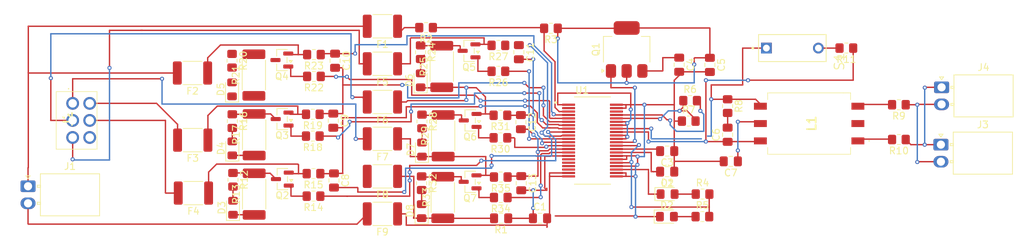
<source format=kicad_pcb>
(kicad_pcb (version 20241229) (generator "pcbnew") (generator_version "9.0")
  (layers (0 "F.Cu" signal) (2 "B.Cu" signal) (13 "F.Paste" user) (15 "B.Paste" user) (5 "F.SilkS" user "F.Silkscreen") (7 "B.SilkS" user "B.Silkscreen") (1 "F.Mask" user) (3 "B.Mask" user) (25 "Edge.Cuts" user))
  (net 0 "")
  (net 1 "V-")
  (net 2 "VREG")
  (net 3 "Net-(U1-VREF2)")
  (net 4 "Net-(U1-VREF1)")
  (net 5 "/C2")
  (net 6 "/C3")
  (net 7 "/C1")
  (net 8 "IsoSPI_N")
  (net 9 "Net-(D1-A)")
  (net 10 "Net-(D6-A)")
  (net 11 "/BB1/B#+1")
  (net 12 "/BB0/B#+1")
  (net 13 "Net-(D7-A)")
  (net 14 "/BB0/B#")
  (net 15 "Net-(D8-A)")
  (net 16 "Net-(J1-Pin_2)")
  (net 17 "Net-(F3-Pad2)")
  (net 18 "/BB2/B#+1")
  (net 19 "Net-(F4-Pad2)")
  (net 20 "Net-(J1-Pin_1)")
  (net 21 "/extIsoSPI_P")
  (net 22 "/extIsoSPI_N")
  (net 23 "Net-(L1-Pad1)")
  (net 24 "Net-(L1-Pad3)")
  (net 26 "IsoSPI_P")
  (net 27 "/DRV")
  (net 28 "Net-(Q6-G)")
  (net 29 "Net-(Q6-D)")
  (net 30 "Net-(Q7-G)")
  (net 31 "Net-(Q7-D)")
  (net 32 "/V+")
  (net 33 "ICMP")
  (net 34 "IBIAS")
  (net 35 "/S3")
  (net 36 "/S2")
  (net 37 "6810_GPIO3")
  (net 39 "6810_GPIO2")
  (net 41 "6810_GPIO1")
  (net 43 "/C0")
  (net 44 "Net-(C5-Pad1)")
  (net 45 "Net-(C6-Pad2)")
  (net 46 "Net-(C7-Pad1)")
  (net 47 "Net-(D1-K)")
  (net 48 "Net-(D2-A)")
  (net 49 "Net-(D3-A)")
  (net 50 "/BB3/B#+1")
  (net 51 "Net-(D4-A)")
  (net 52 "Net-(D5-A)")
  (net 53 "/BB4/B#+1")
  (net 54 "Net-(F1-Pad1)")
  (net 55 "/BB5/B#+1")
  (net 56 "Net-(F5-Pad2)")
  (net 57 "Net-(F6-Pad2)")
  (net 58 "Net-(F7-Pad2)")
  (net 60 "Net-(Q2-D)")
  (net 61 "Net-(Q2-G)")
  (net 62 "Net-(Q3-G)")
  (net 63 "Net-(Q3-D)")
  (net 64 "Net-(Q4-D)")
  (net 65 "Net-(Q4-G)")
  (net 66 "Net-(Q5-G)")
  (net 67 "Net-(Q5-D)")
  (net 68 "Net-(R11-Pad2)")
  (net 69 "/S1")
  (net 70 "/C4")
  (net 71 "/C5")
  (net 72 "/C6")
  (net 73 "/S4")
  (net 74 "/S5")
  (net 75 "/S6")
  (footprint "Capacitor_SMD:C_0805_2012Metric_Pad1.18x1.45mm_HandSolder" (layer "F.Cu") (at 67.2 79.8 -90)
    (property "Reference" "C8")
    (property "Value" "10nF")
  )
  (footprint "Resistor_SMD:R_0805_2012Metric_Pad1.20x1.40mm_HandSolder" (layer "F.Cu") (at 80.1 71.15 -90)
    (property "Reference" "R28")
    (property "Value" "120")
  )
  (footprint "FS_3_Global_Footprint_Library:NanoFit-1053101106" (layer "F.Cu") (at 28.9 68.5 90)
    (property "Reference" "J2")
    (property "Value" "105310-1106" (hide yes))
  )
  (footprint "Capacitor_SMD:C_0805_2012Metric_Pad1.18x1.45mm_HandSolder" (layer "F.Cu") (at 94.6 71.25 -90)
    (property "Reference" "C12")
    (property "Value" "10nF")
  )
  (footprint "Capacitor_SMD:C_0805_2012Metric_Pad1.18x1.45mm_HandSolder" (layer "F.Cu") (at 124.9 73.1 90)
    (property "Reference" "C6")
    (property "Value" "15pF")
  )
  (footprint "Fuse:Fuse_1812_4532Metric_Pad1.30x3.40mm_HandSolder" (layer "F.Cu") (at 74.3 84.7 180)
    (property "Reference" "F9")
    (property "Value" "1812L110/33MR")
  )
  (footprint "Resistor_SMD:R_0805_2012Metric_Pad1.20x1.40mm_HandSolder" (layer "F.Cu") (at 64.1 70.1 180)
    (property "Reference" "R19")
    (property "Value" "100")
  )
  (footprint "Capacitor_SMD:C_0805_2012Metric_Pad1.18x1.45mm_HandSolder" (layer "F.Cu") (at 117.8 62.8375 -90)
    (property "Reference" "C4")
    (property "Value" "1uF")
  )
  (footprint "Resistor_SMD:R_2512_6332Metric_Pad1.40x3.35mm_HandSolder" (layer "F.Cu") (at 55.4625 64.35 90)
    (property "Reference" "R21")
    (property "Value" "33")
  )
  (footprint "Capacitor_SMD:C_0805_2012Metric_Pad1.18x1.45mm_HandSolder" (layer "F.Cu") (at 116.0375 78.51 180)
    (property "Reference" "C2")
    (property "Value" "1uF")
  )
  (footprint "Resistor_SMD:R_2512_6332Metric_Pad1.40x3.35mm_HandSolder" (layer "F.Cu") (at 83 63.1 90)
    (property "Reference" "R25")
    (property "Value" "33")
  )
  (footprint "Resistor_SMD:R_0805_2012Metric_Pad1.20x1.40mm_HandSolder" (layer "F.Cu") (at 91.3 63.8 180)
    (property "Reference" "R26")
    (property "Value" "3.3k")
  )
  (footprint "LED_SMD:LED_0805_2012Metric_Pad1.15x1.40mm_HandSolder" (layer "F.Cu") (at 116.1 81.8)
    (property "Reference" "D1")
    (property "Value" "LH R974-LP-1")
  )
  (footprint "FS_3_Global_Footprint_Library:SW_DS01-254-L-01BE" (layer "F.Cu") (at 134.39 60.4 -90)
    (property "Reference" "S1")
    (property "Value" "DS01-254-L-01BE")
  )
  (footprint "Package_TO_SOT_SMD:SOT-23" (layer "F.Cu") (at 59.6375 79.6 180)
    (property "Reference" "Q2")
    (property "Value" "BSS308PE")
  )
  (footprint "Resistor_SMD:R_0805_2012Metric_Pad1.20x1.40mm_HandSolder" (layer "F.Cu") (at 52.2625 62.25 -90)
    (property "Reference" "R20")
    (property "Value" "120")
  )
  (footprint "Resistor_SMD:R_2512_6332Metric_Pad1.40x3.35mm_HandSolder" (layer "F.Cu") (at 83.2 73.25 90)
    (property "Reference" "R29")
    (property "Value" "33")
  )
  (footprint "Package_TO_SOT_SMD:SOT-23" (layer "F.Cu") (at 87.1625 71 180)
    (property "Reference" "Q6")
    (property "Value" "BSS308PE")
  )
  (footprint "Fuse:Fuse_1812_4532Metric_Pad1.30x3.40mm_HandSolder" (layer "F.Cu") (at 74.3 79.2 180)
    (property "Reference" "F8")
    (property "Value" "1812L110/33MR")
  )
  (footprint "Resistor_SMD:R_0805_2012Metric_Pad1.20x1.40mm_HandSolder" (layer "F.Cu") (at 91.6 73.55 180)
    (property "Reference" "R30")
    (property "Value" "3.3k")
  )
  (footprint "Resistor_SMD:R_0805_2012Metric_Pad1.20x1.40mm_HandSolder" (layer "F.Cu") (at 150 68.7 180)
    (property "Reference" "R9")
    (property "Value" "22")
  )
  (footprint "Resistor_SMD:R_0805_2012Metric_Pad1.20x1.40mm_HandSolder" (layer "F.Cu") (at 64.2 78.8 180)
    (property "Reference" "R15")
    (property "Value" "100")
  )
  (footprint "FS_3_Global_Footprint_Library:HM2113ZNLT" (layer "F.Cu") (at 136.845 71.46 90)
    (property "Reference" "L1")
    (property "Value" "HM2113ZNL" (hide yes))
  )
  (footprint "Resistor_SMD:R_0805_2012Metric_Pad1.20x1.40mm_HandSolder" (layer "F.Cu") (at 121.225 81.8)
    (property "Reference" "R4")
    (property "Value" "160")
  )
  (footprint "Resistor_SMD:R_0805_2012Metric_Pad1.20x1.40mm_HandSolder" (layer "F.Cu") (at 64.1 73.3 180)
    (property "Reference" "R18")
    (property "Value" "3.3k")
  )
  (footprint "Resistor_SMD:R_2512_6332Metric_Pad1.40x3.35mm_HandSolder" (layer "F.Cu") (at 55.5 73.1 90)
    (property "Reference" "R17")
    (property "Value" "33")
  )
  (footprint "LED_SMD:LED_0805_2012Metric_Pad1.15x1.40mm_HandSolder" (layer "F.Cu") (at 80.1 75.275 90)
    (property "Reference" "D7")
    (property "Value" "LH R974-LP-1")
  )
  (footprint "LED_SMD:LED_0805_2012Metric_Pad1.15x1.40mm_HandSolder" (layer "F.Cu") (at 52.4 83.8 90)
    (property "Reference" "D3")
    (property "Value" "LH R974-LP-1")
  )
  (footprint "Connector_Molex:Molex_Nano-Fit_105313-xx02_1x02_P2.50mm_Horizontal" (layer "F.Cu") (at 156.16 74.55)
    (property "Reference" "J3")
    (property "Value" "1053131202")
  )
  (footprint "Resistor_SMD:R_0805_2012Metric_Pad1.20x1.40mm_HandSolder" (layer "F.Cu") (at 121.2 85.1)
    (property "Reference" "R5")
    (property "Value" "160")
  )
  (footprint "Capacitor_SMD:C_0805_2012Metric_Pad1.18x1.45mm_HandSolder" (layer "F.Cu") (at 97.4 85.35)
    (property "Reference" "C1")
    (property "Value" "10nF")
  )
  (footprint "Capacitor_SMD:C_0805_2012Metric_Pad1.18x1.45mm_HandSolder" (layer "F.Cu") (at 125.3625 77 180)
    (property "Reference" "C7")
    (property "Value" "10nF")
  )
  (footprint "Resistor_SMD:R_2512_6332Metric_Pad1.40x3.35mm_HandSolder" (layer "F.Cu") (at 55.5 81.8 90)
    (property "Reference" "R13")
    (property "Value" "33")
  )
  (footprint "Resistor_SMD:R_2512_6332Metric_Pad1.40x3.35mm_HandSolder" (layer "F.Cu") (at 83.15 82.3 90)
    (property "Reference" "R33")
    (property "Value" "33")
  )
  (footprint "Package_TO_SOT_SMD:SOT-223" (layer "F.Cu") (at 110.1 60.6 90)
    (property "Reference" "Q1")
    (property "Value" "NSV1C201MZ4")
  )
  (footprint "Fuse:Fuse_1812_4532Metric_Pad1.30x3.40mm_HandSolder" (layer "F.Cu") (at 46.6 81.65 180)
    (property "Reference" "F4")
    (property "Value" "1812L110/33MR")
  )
  (footprint "Fuse:Fuse_1812_4532Metric_Pad1.30x3.40mm_HandSolder" (layer "F.Cu") (at 74.3 68.3 180)
    (property "Reference" "F6")
    (property "Value" "1812L110/33MR")
  )
  (footprint "Resistor_SMD:R_0805_2012Metric_Pad1.20x1.40mm_HandSolder" (layer "F.Cu") (at 52.3 71.1 -90)
    (property "Reference" "R16")
    (property "Value" "120")
  )
  (footprint "Resistor_SMD:R_0805_2012Metric_Pad1.20x1.40mm_HandSolder" (layer "F.Cu") (at 80.7 57.4 180)
    (property "Reference" "R2")
    (property "Value" "100")
  )
  (footprint "Fuse:Fuse_1812_4532Metric_Pad1.30x3.40mm_HandSolder" (layer "F.Cu") (at 74.3 62.7 180)
    (property "Reference" "F5")
    (property "Value" "1812L110/33MR")
  )
  (footprint "Resistor_SMD:R_0805_2012Metric_Pad1.20x1.40mm_HandSolder" (layer "F.Cu") (at 119.2 71.1)
    (property "Reference" "R7")
    (property "Value" "680")
  )
  (footprint "Resistor_SMD:R_0805_2012Metric_Pad1.20x1.40mm_HandSolder" (layer "F.Cu") (at 119.4 68.1)
    (property "Reference" "R6")
    (property "Value" "1.5k")
  )
  (footprint "Resistor_SMD:R_0805_2012Metric_Pad1.20x1.40mm_HandSolder" (layer "F.Cu") (at 91.65 82.3 180)
    (property "Reference" "R34")
    (property "Value" "3.3k")
  )
  (footprint "Connector_Molex:Molex_Nano-Fit_105313-xx02_1x02_P2.50mm_Horizontal" (layer "F.Cu") (at 156.26 66.15)
    (property "Reference" "J4")
    (property "Value" "1053131202")
  )
  (footprint "Fuse:Fuse_1812_4532Metric_Pad1.30x3.40mm_HandSolder" (layer "F.Cu") (at 46.5 73.8875 180)
    (property "Reference" "F3")
    (property "Value" "1812L110/33MR")
  )
  (footprint "FS_3_Global_Footprint_Library:LTC6810IG-2_3ZZTRPBF" (layer "F.Cu") (at 105.095 73.95)
    (property "Reference" "U1")
    (property "Value" "LTC6810IG-2-TRPBF")
  )
  (footprint "Capacitor_SMD:C_0805_2012Metric_Pad1.18x1.45mm_HandSolder" (layer "F.Cu") (at 67.1 71.0375 -90)
    (property "Reference" "C9")
    (property "Value" "10nF")
  )
  (footprint "Fuse:Fuse_1812_4532Metric_Pad1.30x3.40mm_HandSolder" (layer "F.Cu") (at 74.3 73.7 180)
    (property "Reference" "F7")
    (property "Value" "1812L110/33MR")
  )
  (footprint "Capacitor_SMD:C_0805_2012Metric_Pad1.18x1.45mm_HandSolder" (layer "F.Cu") (at 94.3 61 -90)
    (property "Reference" "C11")
    (property "Value" "10nF")
  )
  (footprint "Package_TO_SOT_SMD:SOT-23" (layer "F.Cu") (at 87 60.8 180)
    (property "Reference" "Q5")
    (property "Value" "BSS308PE")
  )
  (footprint "Resistor_SMD:R_0805_2012Metric_Pad1.20x1.40mm_HandSolder" (layer "F.Cu") (at 99 57.5 180)
    (property "Reference" "R3")
    (property "Value" "100")
  )
  (footprint "Capacitor_SMD:C_0805_2012Metric_Pad1.18x1.45mm_HandSolder" (layer "F.Cu") (at 67.3625 62.25 -90)
    (property "Reference" "C10")
    (property "Value" "10nF")
  )
  (footprint "Connector_Molex:Molex_Nano-Fit_105313-xx02_1x02_P2.50mm_Horizontal" (layer "F.Cu") (at 22.36 80.65)
    (property "Reference" "J1")
    (property "Value" "1053131202")
  )
  (footprint "Fuse:Fuse_1812_4532Metric_Pad1.30x3.40mm_HandSolder" (layer "F.Cu") (at 74.3 57.2 180)
    (property "Reference" "F1")
    (property "Value" "1812L110/33MR")
  )
  (footprint "Resistor_SMD:R_0805_2012Metric_Pad1.20x1.40mm_HandSolder" (layer "F.Cu") (at 64.2625 61.35 180)
    (property "Reference" "R23")
    (property "Value" "100")
  )
  (footprint "Resistor_SMD:R_0805_2012Metric_Pad1.20x1.40mm_HandSolder" (layer "F.Cu") (at 52.4 79.7 -90)
    (property "Reference" "R12")
    (property "Value" "120")
  )
  (footprint "Resistor_SMD:R_0805_2012Metric_Pad1.20x1.40mm_HandSolder" (layer "F.Cu") (at 91.3 60 180)
    (property "Reference" "R27")
    (property "Value" "100")
  )
  (footprint "Resistor_SMD:R_0805_2012Metric_Pad1.20x1.40mm_HandSolder" (layer "F.Cu") (at 124.9 68.9 -90)
    (property "Reference" "R8")
    (property "Value" "402")
  )
  (footprint "LED_SMD:LED_0805_2012Metric_Pad1.15x1.40mm_HandSolder" (layer "F.Cu") (at 52.2625 66.45 90)
    (property "Reference" "D5")
    (property "Value" "LH R974-LP-1")
  )
  (footprint "Resistor_SMD:R_0805_2012Metric_Pad1.20x1.40mm_HandSolder" (layer "F.Cu") (at 80.05 80.2 -90)
    (property "Reference" "R32")
    (property "Value" "120")
  )
  (footprint "Resistor_SMD:R_0805_2012Metric_Pad1.20x1.40mm_HandSolder" (layer "F.Cu") (at 91.6 70.25 180)
    (property "Reference" "R31")
    (property "Value" "100")
  )
  (footprint "Resistor_SMD:R_0805_2012Metric_Pad1.20x1.40mm_HandSolder" (layer "F.Cu") (at 150 73.8 180)
    (property "Reference" "R10")
    (property "Value" "22")
  )
  (footprint "Package_TO_SOT_SMD:SOT-23" (layer "F.Cu") (at 59.6 70.8 180)
    (property "Reference" "Q3")
    (property "Value" "BSS308PE")
  )
  (footprint "Resistor_SMD:R_0805_2012Metric_Pad1.20x1.40mm_HandSolder" (layer "F.Cu") (at 64.2625 64.55 180)
    (property "Reference" "R22")
    (property "Value" "3.3k")
  )
  (footprint "Package_TO_SOT_SMD:SOT-23" (layer "F.Cu") (at 59.5625 62.15 180)
    (property "Reference" "Q4")
    (property "Value" "BSS308PE")
  )
  (footprint "Package_TO_SOT_SMD:SOT-23" (layer "F.Cu") (at 87.15 80 180)
    (property "Reference" "Q7")
    (property "Value" "BSS308PE")
  )
  (footprint "LED_SMD:LED_0805_2012Metric_Pad1.15x1.40mm_HandSolder" (layer "F.Cu") (at 79.9 65.125 90)
    (property "Reference" "D6")
    (property "Value" "LH R974-LP-1")
  )
  (footprint "LED_SMD:LED_0805_2012Metric_Pad1.15x1.40mm_HandSolder" (layer "F.Cu") (at 80.05 84.3 90)
    (property "Reference" "D8")
    (property "Value" "LH R974-LP-1")
  )
  (footprint "Fuse:Fuse_1812_4532Metric_Pad1.30x3.40mm_HandSolder" (layer "F.Cu") (at 46.4625 64.05 180)
    (property "Reference" "F2")
    (property "Value" "1812L110/33MR")
  )
  (footprint "Capacitor_SMD:C_0805_2012Metric_Pad1.18x1.45mm_HandSolder" (layer "F.Cu") (at 91.7 85.35 180)
    (property "Reference" "R1")
    (property "Value" "100")
  )
  (footprint "Resistor_SMD:R_0805_2012Metric_Pad1.20x1.40mm_HandSolder" (layer "F.Cu") (at 91.65 79.3 180)
    (property "Reference" "R35")
    (property "Value" "100")
  )
  (footprint "LED_SMD:LED_0805_2012Metric_Pad1.15x1.40mm_HandSolder" (layer "F.Cu") (at 116 85.1)
    (property "Reference" "D2")
    (property "Value" "LH R974-LP-1")
  )
  (footprint "Resistor_SMD:R_0805_2012Metric_Pad1.20x1.40mm_HandSolder" (layer "F.Cu") (at 79.9 61 -90)
    (property "Reference" "R24")
    (property "Value" "120")
  )
  (footprint "Resistor_SMD:R_0805_2012Metric_Pad1.20x1.40mm_HandSolder" (layer "F.Cu") (at 142.3 60.4 180)
    (property "Reference" "R11")
    (property "Value" "200")
  )
  (footprint "Capacitor_SMD:C_0805_2012Metric_Pad1.18x1.45mm_HandSolder" (layer "F.Cu") (at 122.3 62.8625 -90)
    (property "Reference" "C5")
    (property "Value" "100nF")
  )
  (footprint "LED_SMD:LED_0805_2012Metric_Pad1.15x1.40mm_HandSolder" (layer "F.Cu") (at 52.3 75.1 90)
    (property "Reference" "D4")
    (property "Value" "LH R974-LP-1")
  )
  (footprint "Capacitor_SMD:C_0805_2012Metric_Pad1.18x1.45mm_HandSolder" (layer "F.Cu") (at 116.0375 75.5 180)
    (property "Reference" "C3")
    (property "Value" "1uF")
  )
  (footprint "Capacitor_SMD:C_0805_2012Metric_Pad1.18x1.45mm_HandSolder" (layer "F.Cu") (at 94.65 80.2 -90)
    (property "Reference" "C13")
    (property "Value" "10nF")
  )
  (footprint "Resistor_SMD:R_0805_2012Metric_Pad1.20x1.40mm_HandSolder" (layer "F.Cu") (at 64.2 82.1 180)
    (property "Reference" "R14")
    (property "Value" "3.3k")
  )
  (segment (start 98.4375 86.6125) (end 98.4375 85.35) (width 0.2) (layer "F.Cu") (net 1))
  (segment (start 98.4 86.65) (end 98.4375 86.6125) (width 0.2) (layer "F.Cu") (net 1))
  (segment (start 112.7 68.7) (end 117.05 68.7) (width 0.2) (layer "F.Cu") (net 1))
  (segment (start 110.1 76.7) (end 108.6 76.7) (width 0.2) (layer "F.Cu") (net 1))
  (segment (start 110 71.6) (end 110 71.7) (width 0.2) (layer "F.Cu") (net 1))
  (segment (start 110 79.2) (end 111.4 79.2) (width 0.2) (layer "F.Cu") (net 1))
  (segment (start 77.7 84.7) (end 77.8 84.8) (width 0.2) (layer "F.Cu") (net 1))
  (segment (start 117.05 68.7) (end 117.075 68.725) (width 0.2) (layer "F.Cu") (net 1))
  (segment (start 110.7 69.4) (end 110.7 68.7) (width 0.2) (layer "F.Cu") (net 1))
  (segment (start 110 73.7) (end 108.6 73.7) (width 0.2) (layer "F.Cu") (net 1))
  (segment (start 110 69.2) (end 110 68.7) (width 0.2) (layer "F.Cu") (net 1))
  (segment (start 110.1 76.2) (end 110.1 76.7) (width 0.2) (layer "F.Cu") (net 1))
  (segment (start 110.7 68.7) (end 112.7 68.7) (width 0.2) (layer "F.Cu") (net 1))
  (segment (start 117.075 77.1) (end 117.075 78.51) (width 0.2) (layer "F.Cu") (net 1))
  (segment (start 108.6 71.7) (end 110 71.7) (width 0.2) (layer "F.Cu") (net 1))
  (segment (start 111.6 76.2) (end 110.1 76.2) (width 0.2) (layer "F.Cu") (net 1))
  (segment (start 77.8 84.8) (end 77.8 86.35) (width 0.2) (layer "F.Cu") (net 1))
  (segment (start 117.075 65.125) (end 117.8 64.4) (width 0.2) (layer "F.Cu") (net 1))
  (segment (start 117.175 77) (end 117.075 77.1) (width 0.2) (layer "F.Cu") (net 1))
  (segment (start 108.6 71.2) (end 110 71.2) (width 0.2) (layer "F.Cu") (net 1))
  (segment (start 110.2 71.4) (end 110 71.6) (width 0.2) (layer "F.Cu") (net 1))
  (segment (start 76.525 84.7) (end 77.7 84.7) (width 0.2) (layer "F.Cu") (net 1))
  (segment (start 117.075 68.725) (end 117.075 65.125) (width 0.2) (layer "F.Cu") (net 1))
  (segment (start 124.325 77) (end 117.175 77) (width 0.2) (layer "F.Cu") (net 1))
  (segment (start 77.8 86.35) (end 98.4 86.35) (width 0.2) (layer "F.Cu") (net 1))
  (segment (start 100 67) (end 110.7 67) (width 0.2) (layer "F.Cu") (net 1))
  (segment (start 101.59 68.7) (end 100 68.7) (width 0.2) (layer "F.Cu") (net 1))
  (segment (start 98.8 78.7) (end 98.8 79.2) (width 0.2) (layer "F.Cu") (net 1))
  (segment (start 101.59 79.2) (end 98.8 79.2) (width 0.2) (layer "F.Cu") (net 1))
  (segment (start 122.275 63.875) (end 122.3 63.9) (width 0.2) (layer "F.Cu") (net 1))
  (segment (start 111.676987 77.499623) (end 111.47661 77.7) (width 0.2) (layer "F.Cu") (net 1))
  (segment (start 117.075 71.1) (end 117.075 75.5) (width 0.2) (layer "F.Cu") (net 1))
  (segment (start 115 85.075) (end 114.975 85.1) (width 0.2) (layer "F.Cu") (net 1))
  (segment (start 117.075 75.5) (end 117.075 77.1) (width 0.2) (layer "F.Cu") (net 1))
  (segment (start 111.4 85.1) (end 111.3 85) (width 0.2) (layer "F.Cu") (net 1))
  (segment (start 100 68.7) (end 100 67) (width 0.2) (layer "F.Cu") (net 1))
  (segment (start 101.59 78.7) (end 98.8 78.7) (width 0.2) (layer "F.Cu") (net 1))
  (segment (start 114.975 85.1) (end 111.4 85.1) (width 0.2) (layer "F.Cu") (net 1))
  (segment (start 108.6 69.2) (end 110 69.2) (width 0.2) (layer "F.Cu") (net 1))
  (segment (start 110 78.7) (end 110 79.2) (width 0.2) (layer "F.Cu") (net 1))
  (segment (start 108.6 76.2) (end 110.1 76.2) (width 0.2) (layer "F.Cu") (net 1))
  (segment (start 110 73.2) (end 110 73.5) (width 0.2) (layer "F.Cu") (net 1))
  (segment (start 108.6 73.2) (end 110 73.2) (width 0.2) (layer "F.Cu") (net 1))
  (segment (start 117.8 63.875) (end 122.275 63.875) (width 0.2) (layer "F.Cu") (net 1))
  (segment (start 110 71.2) (end 110.2 71.4) (width 0.2) (layer "F.Cu") (net 1))
  (segment (start 110 79.2) (end 108.6 79.2) (width 0.2) (layer "F.Cu") (net 1))
  (segment (start 108.6 78.7) (end 110 78.7) (width 0.2) (layer "F.Cu") (net 1))
  (segment (start 110 73.5) (end 110 73.7) (width 0.2) (layer "F.Cu") (net 1))
  (segment (start 110.7 67) (end 110.7 68.7) (width 0.2) (layer "F.Cu") (net 1))
  (segment (start 111.7 77.47661) (end 111.676987 77.499623) (width 0.2) (layer "F.Cu") (net 1))
  (segment (start 98.8 84.9875) (end 98.4375 85.35) (width 0.2) (layer "F.Cu") (net 1))
  (segment (start 110 68.7) (end 110.7 68.7) (width 0.2) (layer "F.Cu") (net 1))
  (segment (start 110 73.5) (end 110.1 73.5) (width 0.2) (layer "F.Cu") (net 1))
  (segment (start 111.47661 77.7) (end 108.6 77.7) (width 0.2) (layer "F.Cu") (net 1))
  (segment (start 117.8 64.4) (end 117.8 63.875) (width 0.2) (layer "F.Cu") (net 1))
  (segment (start 111.3 85) (end 99.6375 85) (width 0.2) (layer "F.Cu") (net 1))
  (segment (start 111.7 76.3) (end 111.6 76.2) (width 0.2) (layer "F.Cu") (net 1))
  (segment (start 117.075 68.725) (end 117.075 71.1) (width 0.2) (layer "F.Cu") (net 1))
  (segment (start 98.8 79.2) (end 98.8 84.9875) (width 0.2) (layer "F.Cu") (net 1))
  (segment (start 110.1 73.5) (end 110.2 73.4) (width 0.2) (layer "F.Cu") (net 1))
  (segment (start 111.7 76.3) (end 111.7 77.47661) (width 0.2) (layer "F.Cu") (net 1))
  (segment (start 108.6 68.7) (end 110 68.7) (width 0.2) (layer "F.Cu") (net 1))
  (segment (start 118.2 71.1) (end 117.075 71.1) (width 0.2) (layer "F.Cu") (net 1))
  (via (at 110.2 73.4) (size 0.6) (drill 0.3) (layers "F.Cu" "B.Cu") (net 1))
  (via (at 111.7 76.3) (size 0.6) (drill 0.3) (layers "F.Cu" "B.Cu") (net 1))
  (via (at 110.7 69.4) (size 0.6) (drill 0.3) (layers "F.Cu" "B.Cu") (net 1))
  (via (at 111.4 79.2) (size 0.6) (drill 0.3) (layers "F.Cu" "B.Cu") (net 1))
  (via (at 110.2 71.4) (size 0.6) (drill 0.3) (layers "F.Cu" "B.Cu") (net 1))
  (via (at 112.7 68.7) (size 0.6) (drill 0.3) (layers "F.Cu" "B.Cu") (net 1))
  (via (at 111.676987 77.499623) (size 0.6) (drill 0.3) (layers "F.Cu" "B.Cu") (net 1))
  (via (at 111.4 85.1) (size 0.6) (drill 0.3) (layers "F.Cu" "B.Cu") (net 1))
  (segment (start 111.7 76.3) (end 112.7 76.3) (width 0.2) (layer "B.Cu") (net 1))
  (segment (start 112.7 76.3) (end 112.7 68.8) (width 0.2) (layer "B.Cu") (net 1))
  (segment (start 110.2 71.4) (end 110.2 73.4) (width 0.2) (layer "B.Cu") (net 1))
  (segment (start 111.676987 77.499623) (end 111.600377 77.499623) (width 0.2) (layer "B.Cu") (net 1))
  (segment (start 111.4 79.2) (end 111.4 77.77661) (width 0.2) (layer "B.Cu") (net 1))
  (segment (start 111.4 77.77661) (end 111.676987 77.499623) (width 0.2) (layer "B.Cu") (net 1))
  (segment (start 111.4 85.1) (end 111.4 79.2) (width 0.2) (layer "B.Cu") (net 1))
  (segment (start 110.7 70.9) (end 110.7 69.4) (width 0.2) (layer "B.Cu") (net 1))
  (segment (start 111.600377 77.499623) (end 111.6 77.5) (width 0.2) (layer "B.Cu") (net 1))
  (segment (start 110.2 71.4) (end 110.7 70.9) (width 0.2) (layer "B.Cu") (net 1))
  (segment (start 122.2 83.7) (end 122.2 81.825) (width 0.2) (layer "F.Cu") (net 2))
  (segment (start 108.6 77.2) (end 110.7 77.2) (width 0.2) (layer "F.Cu") (net 2))
  (segment (start 115.35 63.75) (end 115.4 63.7) (width 0.2) (layer "F.Cu") (net 2))
  (segment (start 122.2 83.7) (end 110.8 83.7) (width 0.2) (layer "F.Cu") (net 2))
  (segment (start 108.6 74.7) (end 110.7 74.7) (width 0.2) (layer "F.Cu") (net 2))
  (segment (start 122.2 81.825) (end 122.225 81.8) (width 0.2) (layer "F.Cu") (net 2))
  (segment (start 110.7 77.2) (end 110.8 77.1) (width 0.2) (layer "F.Cu") (net 2))
  (segment (start 115.4 63.7) (end 115.4 61.8) (width 0.2) (layer "F.Cu") (net 2))
  (segment (start 112.4 63.75) (end 115.35 63.75) (width 0.2) (layer "F.Cu") (net 2))
  (segment (start 122.2 85.1) (end 122.2 83.7) (width 0.2) (layer "F.Cu") (net 2))
  (segment (start 110.7 74.7) (end 111.9 74.7) (width 0.2) (layer "F.Cu") (net 2))
  (segment (start 111.9 74.7) (end 111.9 74.6) (width 0.2) (layer "F.Cu") (net 2))
  (segment (start 112.45 63.7) (end 112.4 63.75) (width 0.2) (layer "F.Cu") (net 2))
  (segment (start 115.4 61.8) (end 117.8 61.8) (width 0.2) (layer "F.Cu") (net 2))
  (via (at 111.9 74.6) (size 0.6) (drill 0.3) (layers "F.Cu" "B.Cu") (net 2))
  (via (at 110.8 77.1) (size 0.6) (drill 0.3) (layers "F.Cu" "B.Cu") (net 2))
  (via (at 110.8 83.7) (size 0.6) (drill 0.3) (layers "F.Cu" "B.Cu") (net 2))
  (segment (start 111.9 74.6) (end 110.8 75.7) (width 0.2) (layer "B.Cu") (net 2))
  (segment (start 110.8 83.7) (end 110.8 77.1) (width 0.2) (layer "B.Cu") (net 2))
  (segment (start 110.8 75.7) (end 110.8 77.1) (width 0.2) (layer "B.Cu") (net 2))
  (segment (start 113.7 78.5) (end 114 78.5) (width 0.2) (layer "F.Cu") (net 3))
  (segment (start 114 78.5) (end 114.01 78.51) (width 0.2) (layer "F.Cu") (net 3))
  (segment (start 108.6 75.7) (end 113.7 75.7) (width 0.2) (layer "F.Cu") (net 3))
  (segment (start 113.7 75.7) (end 113.7 78.5) (width 0.2) (layer "F.Cu") (net 3))
  (segment (start 114.01 78.51) (end 115 78.51) (width 0.2) (layer "F.Cu") (net 3))
  (segment (start 114.7 75.2) (end 115 75.5) (width 0.2) (layer "F.Cu") (net 4))
  (segment (start 108.6 75.2) (end 114.7 75.2) (width 0.2) (layer "F.Cu") (net 4))
  (segment (start 97.7 74.35) (end 97.8 74.35) (width 0.2) (layer "F.Cu") (net 5))
  (segment (start 97.7 74.35) (end 97.85 74.2) (width 0.2) (layer "F.Cu") (net 5))
  (segment (start 94.1625 70.25) (end 94.2 70.2125) (width 0.2) (layer "F.Cu") (net 5))
  (segment (start 92.2375 70.2125) (end 92.2 70.25) (width 0.2) (layer "F.Cu") (net 5))
  (segment (start 96.4 70.2125) (end 94.6 70.2125) (width 0.2) (layer "F.Cu") (net 5))
  (segment (start 92.6 70.25) (end 94.5625 70.25) (width 0.2) (layer "F.Cu") (net 5))
  (segment (start 97.8 74.35) (end 97.9 74.25) (width 0.2) (layer "F.Cu") (net 5))
  (segment (start 97.85 74.2) (end 101.59 74.2) (width 0.2) (layer "F.Cu") (net 5))
  (segment (start 96.4 62.0375) (end 94.3 62.0375) (width 0.2) (layer "F.Cu") (net 5))
  (via (at 96.4 62.0375) (size 0.6) (drill 0.3) (layers "F.Cu" "B.Cu") (net 5))
  (via (at 97.7 74.35) (size 0.6) (drill 0.3) (layers "F.Cu" "B.Cu") (net 5))
  (via (at 96.4 70.2125) (size 0.6) (drill 0.3) (layers "F.Cu" "B.Cu") (net 5))
  (segment (start 97.041002 72.851057) (end 97.041002 73.1339) (width 0.2) (layer "B.Cu") (net 5))
  (segment (start 97.041002 73.1339) (end 97.7 73.792898) (width 0.2) (layer "B.Cu") (net 5))
  (segment (start 97.7 73.792898) (end 97.7 74.35) (width 0.2) (layer "B.Cu") (net 5))
  (segment (start 96.4 62.0375) (end 96.4 70.2125) (width 0.2) (layer "B.Cu") (net 5))
  (segment (start 97.7 74.35) (end 97.8 74.25) (width 0.2) (layer "B.Cu") (net 5))
  (segment (start 96.4 70.2125) (end 96.4 72.210055) (width 0.2) (layer "B.Cu") (net 5))
  (segment (start 96.4 72.210055) (end 97.041002 72.851057) (width 0.2) (layer "B.Cu") (net 5))
  (segment (start 100.537644 73.239) (end 101.551 73.239) (width 0.2) (layer "F.Cu") (net 6))
  (segment (start 100.477644 73.299) (end 100.537644 73.239) (width 0.2) (layer "F.Cu") (net 6))
  (segment (start 70.7 80.9) (end 70.6375 80.8375) (width 0.2) (layer "F.Cu") (net 6))
  (segment (start 97.638826 72.799999) (end 98.137827 73.299) (width 0.2) (layer "F.Cu") (net 6))
  (segment (start 98.137827 73.299) (end 100.477644 73.299) (width 0.2) (layer "F.Cu") (net 6))
  (segment (start 90.3 76.2) (end 90.3 77.6) (width 0.2) (layer "F.Cu") (net 6))
  (segment (start 101.551 73.239) (end 101.59 73.2) (width 0.2) (layer "F.Cu") (net 6))
  (segment (start 77.5 81.5) (end 70.7 81.5) (width 0.2) (layer "F.Cu") (net 6))
  (segment (start 70.7 81.5) (end 70.7 80.9) (width 0.2) (layer "F.Cu") (net 6))
  (segment (start 70.6375 80.8375) (end 67.4 80.8375) (width 0.2) (layer "F.Cu") (net 6))
  (via (at 90.3 76.2) (size 0.6) (drill 0.3) (layers "F.Cu" "B.Cu") (net 6))
  (via (at 95.9 59.9625) (size 0.6) (drill 0.3) (layers "F.Cu" "B.Cu") (net 6))
  (via (at 77.5 81.5) (size 0.6) (drill 0.3) (layers "F.Cu" "B.Cu") (net 6))
  (via (at 90.3 77.6) (size 0.6) (drill 0.3) (layers "F.Cu" "B.Cu") (net 6))
  (via (at 97.638826 72.799999) (size 0.6) (drill 0.3) (layers "F.Cu" "B.Cu") (net 6))
  (segment (start 97.351413 76.2) (end 97.324678 76.226735) (width 0.2) (layer "B.Cu") (net 6))
  (segment (start 77.5 81.5) (end 77.7 81.3) (width 0.2) (layer "B.Cu") (net 6))
  (segment (start 99.1 73.8) (end 99.1 76.2) (width 0.2) (layer "B.Cu") (net 6))
  (segment (start 96.826792 76.226735) (end 96.800057 76.2) (width 0.2) (layer "B.Cu") (net 6))
  (segment (start 77.7 78) (end 90.3 78) (width 0.2) (layer "B.Cu") (net 6))
  (segment (start 99.1 76.2) (end 97.351413 76.2) (width 0.2) (layer "B.Cu") (net 6))
  (segment (start 97.324678 76.226735) (end 96.826792 76.226735) (width 0.2) (layer "B.Cu") (net 6))
  (segment (start 95.9 59.9625) (end 98.5 62.5625) (width 0.2) (layer "B.Cu") (net 6))
  (segment (start 77.7 81.3) (end 77.7 78) (width 0.2) (layer "B.Cu") (net 6))
  (segment (start 98.5 71.938825) (end 97.638826 72.799999) (width 0.2) (layer "B.Cu") (net 6))
  (segment (start 97.638826 72.799999) (end 98.138827 73.3) (width 0.2) (layer "B.Cu") (net 6))
  (segment (start 98.5 62.5625) (end 98.5 71.938825) (width 0.2) (layer "B.Cu") (net 6))
  (segment (start 96.800057 76.2) (end 90.3 76.2) (width 0.2) (layer "B.Cu") (net 6))
  (segment (start 90.3 78) (end 90.3 77.6) (width 0.2) (layer "B.Cu") (net 6))
  (segment (start 98.6 73.3) (end 99.1 73.8) (width 0.2) (layer "B.Cu") (net 6))
  (segment (start 98.138827 73.3) (end 98.6 73.3) (width 0.2) (layer "B.Cu") (net 6))
  (segment (start 101.59 75.2) (end 98.825082 75.2) (width 0.2) (layer "F.Cu") (net 7))
  (segment (start 97.1 79.15) (end 97.1 75.65) (width 0.2) (layer "F.Cu") (net 7))
  (segment (start 97.075735 75.574265) (end 97.075735 75.625735) (width 0.2) (layer "F.Cu") (net 7))
  (segment (start 97.1 75.65) (end 97.075735 75.625735) (width 0.2) (layer "F.Cu") (net 7))
  (segment (start 96.440002 73.1) (end 95.627502 72.2875) (width 0.2) (layer "F.Cu") (net 7))
  (segment (start 97.0875 79.1625) (end 97.1 79.15) (width 0.2) (layer "F.Cu") (net 7))
  (segment (start 92.7875 79.1625) (end 92.65 79.3) (width 0.2) (layer "F.Cu") (net 7))
  (segment (start 94.65 79.1625) (end 92.7875 79.1625) (width 0.2) (layer "F.Cu") (net 7))
  (segment (start 95.627502 72.2875) (end 94.6 72.2875) (width 0.2) (layer "F.Cu") (net 7))
  (segment (start 94.65 79.1625) (end 97.0875 79.1625) (width 0.2) (layer "F.Cu") (net 7))
  (segment (start 98.825082 75.2) (end 98.570822 75.45426) (width 0.2) (layer "F.Cu") (net 7))
  (segment (start 98.570822 75.45426) (end 97.19574 75.45426) (width 0.2) (layer "F.Cu") (net 7))
  (segment (start 97.19574 75.45426) (end 97.075735 75.574265) (width 0.2) (layer "F.Cu") (net 7))
  (via (at 96.440002 73.1) (size 0.6) (drill 0.3) (layers "F.Cu" "B.Cu") (net 7))
  (via (at 97.075735 75.625735) (size 0.6) (drill 0.3) (layers "F.Cu" "B.Cu") (net 7))
  (segment (start 96.440002 73.1) (end 97.1 73.759998) (width 0.2) (layer "B.Cu") (net 7))
  (segment (start 97.1 73.759998) (end 97.1 75.60147) (width 0.2) (layer "B.Cu") (net 7))
  (segment (start 97.1 75.60147) (end 97.075735 75.625735) (width 0.2) (layer "B.Cu") (net 7))
  (segment (start 121.7 74.1) (end 121.715011 74.084989) (width 0.2) (layer "F.Cu") (net 8))
  (segment (start 143.3 60.4) (end 143.3 65.1) (width 0.2) (layer "F.Cu") (net 8))
  (segment (start 113.3 72.7) (end 108.5 72.7) (width 0.2) (layer "F.Cu") (net 8))
  (segment (start 143.3 65.1) (end 127.9 65.1) (width 0.2) (layer "F.Cu") (net 8))
  (segment (start 121.7 74.1) (end 129.395 74.1) (width 0.2) (layer "F.Cu") (net 8))
  (segment (start 129.395 74.1) (end 129.755 73.74) (width 0.2) (layer "F.Cu") (net 8))
  (segment (start 121.715011 74.084989) (end 121.715011 65.115011) (width 0.2) (layer "F.Cu") (net 8))
  (segment (start 108.5 72.7) (end 108.6 72.7) (width 0.2) (layer "F.Cu") (net 8))
  (segment (start 113.3 74.1) (end 113.3 72.7) (width 0.2) (layer "F.Cu") (net 8))
  (via (at 121.7 74.1) (size 0.6) (drill 0.3) (layers "F.Cu" "B.Cu") (net 8))
  (via (at 113.3 74.1) (size 0.6) (drill 0.3) (layers "F.Cu" "B.Cu") (net 8))
  (via (at 121.715011 65.115011) (size 0.6) (drill 0.3) (layers "F.Cu" "B.Cu") (net 8))
  (via (at 127.886305 65.115011) (size 0.6) (drill 0.3) (layers "F.Cu" "B.Cu") (net 8))
  (segment (start 113.3 74.1) (end 121.7 74.1) (width 0.2) (layer "B.Cu") (net 8))
  (segment (start 127.886305 65.115011) (end 121.715011 65.115011) (width 0.2) (layer "B.Cu") (net 8))
  (segment (start 117.125 81.8) (end 120.225 81.8) (width 0.2) (layer "F.Cu") (net 9))
  (segment (start 80.45 61.45) (end 80.3 61.6) (width 0.2) (layer "F.Cu") (net 10))
  (segment (start 79.9 62) (end 79.9 64.075) (width 0.2) (layer "F.Cu") (net 10))
  (segment (start 86.6 68) (end 86.5 68.1) (width 0.2) (layer "F.Cu") (net 11))
  (segment (start 88.05 66.2) (end 89.4 67.55) (width 0.2) (layer "F.Cu") (net 11))
  (segment (start 90 70.05) (end 90.2 70.25) (width 0.2) (layer "F.Cu") (net 11))
  (segment (start 88.1 70.05) (end 89.4 70.05) (width 0.2) (layer "F.Cu") (net 11))
  (segment (start 86.5 68.1) (end 78 68.1) (width 0.2) (layer "F.Cu") (net 11))
  (segment (start 76.925 67.5) (end 76.625 67.8) (width 0.2) (layer "F.Cu") (net 11))
  (segment (start 79.8 66.225) (end 82.925 66.225) (width 0.2) (layer "F.Cu") (net 11))
  (segment (start 89.4 67.55) (end 89.4 70.05) (width 0.2) (layer "F.Cu") (net 11))
  (segment (start 76.525 68.3) (end 77.8 68.3) (width 0.2) (layer "F.Cu") (net 11))
  (segment (start 89.4 70.05) (end 90 70.05) (width 0.2) (layer "F.Cu") (net 11))
  (segment (start 86.55 66.15) (end 83 66.15) (width 0.2) (layer "F.Cu") (net 11))
  (segment (start 86.6 66.2) (end 88.05 66.2) (width 0.2) (layer "F.Cu") (net 11))
  (segment (start 78 68.1) (end 77.8 68.3) (width 0.2) (layer "F.Cu") (net 11))
  (segment (start 86.6 66.2) (end 86.55 66.15) (width 0.2) (layer "F.Cu") (net 11))
  (via (at 86.6 66.2) (size 0.6) (drill 0.3) (layers "F.Cu" "B.Cu") (net 11))
  (via (at 86.6 68) (size 0.6) (drill 0.3) (layers "F.Cu" "B.Cu") (net 11))
  (segment (start 86.6 68) (end 86.6 66.2) (width 0.2) (layer "B.Cu") (net 11))
  (segment (start 78.4 73.7) (end 78.4 76.3) (width 0.2) (layer "F.Cu") (net 12))
  (segment (start 90.4 79.05) (end 90.65 79.3) (width 0.2) (layer "F.Cu") (net 12))
  (segment (start 78.4 76.3) (end 80.1 76.3) (width 0.2) (layer "F.Cu") (net 12))
  (segment (start 80.1 76.3) (end 83.2 76.3) (width 0.2) (layer "F.Cu") (net 12))
  (segment (start 88.0875 79.05) (end 89.45 79.05) (width 0.2) (layer "F.Cu") (net 12))
  (segment (start 89.45 79.05) (end 90.4 79.05) (width 0.2) (layer "F.Cu") (net 12))
  (segment (start 76.525 73.7) (end 78.4 73.7) (width 0.2) (layer "F.Cu") (net 12))
  (segment (start 76.5 73.15) (end 76.45 73.2) (width 0.2) (layer "F.Cu") (net 12))
  (segment (start 89.45 76.3) (end 83.2 76.3) (width 0.2) (layer "F.Cu") (net 12))
  (segment (start 89.45 79.05) (end 89.45 76.3) (width 0.2) (layer "F.Cu") (net 12))
  (segment (start 80.1 72.15) (end 80.1 74.25) (width 0.2) (layer "F.Cu") (net 13))
  (segment (start 90.6625 85.35) (end 83.15 85.35) (width 0.2) (layer "F.Cu") (net 14))
  (segment (start 76.525 79.2) (end 78.9 79.2) (width 0.2) (layer "F.Cu") (net 14))
  (segment (start 83.125 85.325) (end 83.15 85.35) (width 0.2) (layer "F.Cu") (net 14))
  (segment (start 78.9 85.325) (end 80.05 85.325) (width 0.2) (layer "F.Cu") (net 14))
  (segment (start 80.05 85.325) (end 83.125 85.325) (width 0.2) (layer "F.Cu") (net 14))
  (segment (start 78.9 79.2) (end 78.9 85.325) (width 0.2) (layer "F.Cu") (net 14))
  (segment (start 78.85 85.275) (end 78.9 85.325) (width 0.2) (layer "F.Cu") (net 14))
  (segment (start 80.05 81.2) (end 80.05 83.275) (width 0.2) (layer "F.Cu") (net 15))
  (segment (start 72.075 84.7) (end 70.575 86.2) (width 0.2) (layer "F.Cu") (net 16))
  (segment (start 22.36 83.15) (end 22.36 86.15) (width 0.2) (layer "F.Cu") (net 16))
  (segment (start 22.36 86.15) (end 22.41 86.2) (width 0.2) (layer "F.Cu") (net 16))
  (segment (start 70.575 86.2) (end 22.41 86.2) (width 0.2) (layer "F.Cu") (net 16))
  (segment (start 44.275 71.575) (end 44.275 73.8875) (width 0.2) (layer "F.Cu") (net 17))
  (segment (start 31.4 68.5) (end 41.2 68.5) (width 0.2) (layer "F.Cu") (net 17))
  (segment (start 41.2 68.5) (end 44.275 71.575) (width 0.2) (layer "F.Cu") (net 17))
  (segment (start 89.2 58.9) (end 78.5 58.9) (width 0.2) (layer "F.Cu") (net 18))
  (segment (start 87.9375 59.85) (end 89.1 59.85) (width 0.2) (layer "F.Cu") (net 18))
  (segment (start 78.4 62.7) (end 76.525 62.7) (width 0.2) (layer "F.Cu") (net 18))
  (segment (start 89.2 59.85) (end 89.2 58.9) (width 0.2) (layer "F.Cu") (net 18))
  (segment (start 52.4 84.825) (end 55.475 84.825) (width 0.2) (layer "F.Cu") (net 18))
  (segment (start 78.4 59) (end 78.4 62.7) (width 0.2) (layer "F.Cu") (net 18))
  (segment (start 55.475 84.825) (end 55.5 84.85) (width 0.2) (layer "F.Cu") (net 18))
  (segment (start 89.95 59.85) (end 89.2 59.85) (width 0.2) (layer "F.Cu") (net 18))
  (segment (start 78.5 58.9) (end 78.4 59) (width 0.2) (layer "F.Cu") (net 18))
  (segment (start 42.55 81.65) (end 44.375 81.65) (width 0.2) (layer "F.Cu") (net 19))
  (segment (start 42.5 71) (end 42.5 81.6) (width 0.2) (layer "F.Cu") (net 19))
  (segment (start 31.4 71) (end 42.5 71) (width 0.2) (layer "F.Cu") (net 19))
  (segment (start 42.5 81.6) (end 42.55 81.65) (width 0.2) (layer "F.Cu") (net 19))
  (segment (start 72.075 57.2) (end 22.4 57.2) (width 0.2) (layer "F.Cu") (net 20))
  (segment (start 44.2375 64.05) (end 22.45 64.05) (width 0.2) (layer "F.Cu") (net 20))
  (segment (start 22.45 64.05) (end 22.4 64) (width 0.2) (layer "F.Cu") (net 20))
  (segment (start 22.4 57.2) (end 22.4 64) (width 0.2) (layer "F.Cu") (net 20))
  (segment (start 22.4 64) (end 22.4 77.9) (width 0.2) (layer "F.Cu") (net 20))
  (segment (start 22.4 77.9) (end 22.36 77.94) (width 0.2) (layer "F.Cu") (net 20))
  (segment (start 22.36 77.94) (end 22.36 80.65) (width 0.2) (layer "F.Cu") (net 20))
  (segment (start 152.85 77.05) (end 156.16 77.05) (width 0.2) (layer "F.Cu") (net 21))
  (segment (start 151 68.7) (end 152.7 68.7) (width 0.2) (layer "F.Cu") (net 21))
  (segment (start 152.7 77.1) (end 152.8 77.1) (width 0.2) (layer "F.Cu") (net 21))
  (segment (start 152.8 77.1) (end 152.85 77.05) (width 0.2) (layer "F.Cu") (net 21))
  (segment (start 152.75 68.65) (end 156.26 68.65) (width 0.2) (layer "F.Cu") (net 21))
  (segment (start 152.7 68.7) (end 152.75 68.65) (width 0.2) (layer "F.Cu") (net 21))
  (via (at 152.7 77.1) (size 0.6) (drill 0.3) (layers "F.Cu" "B.Cu") (net 21))
  (via (at 152.7 68.7) (size 0.6) (drill 0.3) (layers "F.Cu" "B.Cu") (net 21))
  (segment (start 152.7 68.7) (end 152.7 77.1) (width 0.2) (layer "B.Cu") (net 21))
  (segment (start 153.85 66.15) (end 156.26 66.15) (width 0.2) (layer "F.Cu") (net 22))
  (segment (start 151.75 74.55) (end 151 73.8) (width 0.2) (layer "F.Cu") (net 22))
  (segment (start 153.8 66.2) (end 153.85 66.15) (width 0.2) (layer "F.Cu") (net 22))
  (segment (start 151.75 74.55) (end 156.16 74.55) (width 0.2) (layer "F.Cu") (net 22))
  (via (at 153.8 66.2) (size 0.6) (drill 0.3) (layers "F.Cu" "B.Cu") (net 22))
  (via (at 153.781885 74.560694) (size 0.6) (drill 0.3) (layers "F.Cu" "B.Cu") (net 22))
  (segment (start 153.781885 66.218115) (end 153.8 66.2) (width 0.2) (layer "B.Cu") (net 22))
  (segment (start 153.781885 74.560694) (end 153.781885 66.218115) (width 0.2) (layer "B.Cu") (net 22))
  (segment (start 148.94 73.74) (end 149 73.8) (width 0.2) (layer "F.Cu") (net 23))
  (segment (start 144.045 73.74) (end 148.94 73.74) (width 0.2) (layer "F.Cu") (net 23))
  (segment (start 148.96 68.66) (end 149 68.7) (width 0.2) (layer "F.Cu") (net 24))
  (segment (start 144.045 68.66) (end 148.96 68.66) (width 0.2) (layer "F.Cu") (net 24))
  (segment (start 113.7 72.2) (end 108.6 72.2) (width 0.2) (layer "F.Cu") (net 26))
  (segment (start 128.995 67.9) (end 129.755 68.66) (width 0.2) (layer "F.Cu") (net 26))
  (segment (start 122.5 67.9) (end 124.9 67.9) (width 0.2) (layer "F.Cu") (net 26))
  (segment (start 122.5 67.9) (end 122.5 65.8) (width 0.2) (layer "F.Cu") (net 26))
  (segment (start 122.5 65.8) (end 127.1 65.8) (width 0.2) (layer "F.Cu") (net 26))
  (segment (start 127.1 65.8) (end 127.1 60.4) (width 0.2) (layer "F.Cu") (net 26))
  (segment (start 124.9 67.9) (end 128.995 67.9) (width 0.2) (layer "F.Cu") (net 26))
  (segment (start 127.1 60.4) (end 130.58 60.4) (width 0.2) (layer "F.Cu") (net 26))
  (via (at 113.7 72.2) (size 0.6) (drill 0.3) (layers "F.Cu" "B.Cu") (net 26))
  (via (at 122.5 67.9) (size 0.6) (drill 0.3) (layers "F.Cu" "B.Cu") (net 26))
  (segment (start 122.5 73.3) (end 122.5 67.9) (width 0.2) (layer "B.Cu") (net 26))
  (segment (start 113.748943 73.699) (end 121.051057 73.699) (width 0.2) (layer "B.Cu") (net 26))
  (segment (start 113.7 72.2) (end 113.7 73.650057) (width 0.2) (layer "B.Cu") (net 26))
  (segment (start 121.979965 73.3) (end 122.5 73.3) (width 0.2) (layer "B.Cu") (net 26))
  (segment (start 121.963954 73.283989) (end 121.979965 73.3) (width 0.2) (layer "B.Cu") (net 26))
  (segment (start 113.7 73.650057) (end 113.748943 73.699) (width 0.2) (layer "B.Cu") (net 26))
  (segment (start 107.8 66.2) (end 107.8 63.75) (width 0.2) (layer "F.Cu") (net 27))
  (segment (start 111.3 66.2) (end 107.8 66.2) (width 0.2) (layer "F.Cu") (net 27))
  (segment (start 111.3 74) (end 111.1 74.2) (width 0.2) (layer "F.Cu") (net 27))
  (segment (start 111.1 74.2) (end 108.6 74.2) (width 0.2) (layer "F.Cu") (net 27))
  (via (at 111.3 66.2) (size 0.6) (drill 0.3) (layers "F.Cu" "B.Cu") (net 27))
  (via (at 111.3 74) (size 0.6) (drill 0.3) (layers "F.Cu" "B.Cu") (net 27))
  (segment (start 111.3 66.2) (end 111.3 74) (width 0.2) (layer "B.Cu") (net 27))
  (segment (start 88.4 72.25) (end 88.4 73.55) (width 0.2) (layer "F.Cu") (net 28))
  (segment (start 88.1 71.95) (end 88.4 72.25) (width 0.2) (layer "F.Cu") (net 28))
  (segment (start 88.4 73.55) (end 90.2 73.55) (width 0.2) (layer "F.Cu") (net 28))
  (segment (start 80.2 70.25) (end 83.15 70.25) (width 0.2) (layer "F.Cu") (net 29))
  (segment (start 83.1625 70.3375) (end 82.9 70.6) (width 0.2) (layer "F.Cu") (net 29))
  (segment (start 85.9 70.25) (end 85.9 70.675) (width 0.2) (layer "F.Cu") (net 29))
  (segment (start 85.85 70.2) (end 85.9 70.25) (width 0.2) (layer "F.Cu") (net 29))
  (segment (start 83.15 70.25) (end 83.2 70.2) (width 0.2) (layer "F.Cu") (net 29))
  (segment (start 85.9 70.675) (end 86.225 71) (width 0.2) (layer "F.Cu") (net 29))
  (segment (start 83.2 70.2) (end 85.85 70.2) (width 0.2) (layer "F.Cu") (net 29))
  (segment (start 88.45 81.3125) (end 88.45 82.3) (width 0.2) (layer "F.Cu") (net 30))
  (segment (start 88.45 82.3) (end 90.65 82.3) (width 0.2) (layer "F.Cu") (net 30))
  (segment (start 88.0875 80.95) (end 88.45 81.3125) (width 0.2) (layer "F.Cu") (net 30))
  (segment (start 85.85 79.25) (end 85.85 79.6375) (width 0.2) (layer "F.Cu") (net 31))
  (segment (start 80.075 79.3) (end 83.1 79.3) (width 0.2) (layer "F.Cu") (net 31))
  (segment (start 83.1 79.3) (end 83.15 79.25) (width 0.2) (layer "F.Cu") (net 31))
  (segment (start 83.15 79.25) (end 85.85 79.25) (width 0.2) (layer "F.Cu") (net 31))
  (segment (start 85.85 79.6375) (end 86.2125 80) (width 0.2) (layer "F.Cu") (net 31))
  (segment (start 99.6 69.100003) (end 99.6 62.4) (width 0.2) (layer "F.Cu") (net 32))
  (segment (start 98 60.8) (end 98 57.5) (width 0.2) (layer "F.Cu") (net 32))
  (segment (start 101.59 69.7) (end 100.199997 69.7) (width 0.2) (layer "F.Cu") (net 32))
  (segment (start 81.7 57.4) (end 97.9 57.4) (width 0.2) (layer "F.Cu") (net 32))
  (segment (start 100.199997 69.7) (end 99.6 69.100003) (width 0.2) (layer "F.Cu") (net 32))
  (segment (start 97.9 57.4) (end 98 57.5) (width 0.2) (layer "F.Cu") (net 32))
  (segment (start 99.6 62.4) (end 98 60.8) (width 0.2) (layer "F.Cu") (net 32))
  (segment (start 117.85127 69.6) (end 118.95 69.6) (width 0.2) (layer "F.Cu") (net 33))
  (segment (start 114.9 70.7) (end 108.6 70.7) (width 0.2) (layer "F.Cu") (net 33))
  (segment (start 118.4 68.1) (end 118.4 69.05127) (width 0.2) (layer "F.Cu") (net 33))
  (segment (start 115 70.8) (end 114.9 70.7) (width 0.2) (layer "F.Cu") (net 33))
  (segment (start 118.95 69.6) (end 120.4 71.05) (width 0.2) (layer "F.Cu") (net 33))
  (segment (start 118.4 69.05127) (end 117.85127 69.6) (width 0.2) (layer "F.Cu") (net 33))
  (via (at 117.85127 69.6) (size 0.6) (drill 0.3) (layers "F.Cu" "B.Cu") (net 33))
  (via (at 115 70.8) (size 0.6) (drill 0.3) (layers "F.Cu" "B.Cu") (net 33))
  (segment (start 116.2 69.6) (end 117.7 69.6) (width 0.2) (layer "B.Cu") (net 33))
  (segment (start 116.1 69.7) (end 116.2 69.6) (width 0.2) (layer "B.Cu") (net 33))
  (segment (start 115 70.8) (end 115.6 70.2) (width 0.2) (layer "B.Cu") (net 33))
  (segment (start 115.6 70.2) (end 116.1 69.7) (width 0.2) (layer "B.Cu") (net 33))
  (segment (start 120.9 68.6) (end 120.4 68.1) (width 0.2) (layer "F.Cu") (net 34))
  (segment (start 116.475 71) (end 116.6 70.875) (width 0.2) (layer "F.Cu") (net 34))
  (segment (start 116.375 70.9) (end 116 70.9) (width 0.2) (layer "F.Cu") (net 34))
  (segment (start 116 70.9) (end 115.3 70.2) (width 0.2) (layer "F.Cu") (net 34))
  (segment (start 115.3 70.2) (end 108.6 70.2) (width 0.2) (layer "F.Cu") (net 34))
  (segment (start 120.9 69.6) (end 120.9 68.6) (width 0.2) (layer "F.Cu") (net 34))
  (segment (start 116.475 71) (end 116.375 70.9) (width 0.2) (layer "F.Cu") (net 34))
  (via (at 116.475 71) (size 0.6) (drill 0.3) (layers "F.Cu" "B.Cu") (net 34))
  (via (at 120.9 69.6) (size 0.6) (drill 0.3) (layers "F.Cu" "B.Cu") (net 34))
  (segment (start 117.4 72.6) (end 121.4 72.6) (width 0.2) (layer "B.Cu") (net 34))
  (segment (start 116.475 71.675) (end 117.3 72.5) (width 0.2) (layer "B.Cu") (net 34))
  (segment (start 121.4 72.6) (end 121.4 70.1) (width 0.2) (layer "B.Cu") (net 34))
  (segment (start 121.4 70.1) (end 120.9 69.6) (width 0.2) (layer "B.Cu") (net 34))
  (segment (start 116.475 71) (end 116.475 71.675) (width 0.2) (layer "B.Cu") (net 34))
  (segment (start 117.3 72.5) (end 117.4 72.6) (width 0.2) (layer "B.Cu") (net 34))
  (segment (start 95.8 63.8) (end 92.3 63.8) (width 0.2) (layer "F.Cu") (net 35))
  (segment (start 95.8 73.7) (end 101.59 73.7) (width 0.2) (layer "F.Cu") (net 35))
  (via (at 95.8 73.7) (size 0.6) (drill 0.3) (layers "F.Cu" "B.Cu") (net 35))
  (via (at 95.8 63.8) (size 0.6) (drill 0.3) (layers "F.Cu" "B.Cu") (net 35))
  (segment (start 95.8 68.550057) (end 95.8 68.549943) (width 0.2) (layer "B.Cu") (net 35))
  (segment (start 95.8 73.7) (end 95.8 67.6) (width 0.2) (layer "B.Cu") (net 35))
  (segment (start 95.8 63.8) (end 95.8 67.650057) (width 0.2) (layer "B.Cu") (net 35))
  (segment (start 93.7 74.95) (end 93.7 73.65) (width 0.2) (layer "F.Cu") (net 36))
  (segment (start 98.65 74.7) (end 98.49674 74.85326) (width 0.2) (layer "F.Cu") (net 36))
  (segment (start 98.321879 74.85326) (end 98.224139 74.951) (width 0.2) (layer "F.Cu") (net 36))
  (segment (start 93.7 73.65) (end 93.6 73.55) (width 0.2) (layer "F.Cu") (net 36))
  (segment (start 98.321879 74.85326) (end 98.225139 74.95) (width 0.2) (layer "F.Cu") (net 36))
  (segment (start 101.59 74.7) (end 98.65 74.7) (width 0.2) (layer "F.Cu") (net 36))
  (segment (start 93.6 73.55) (end 92.6 73.55) (width 0.2) (layer "F.Cu") (net 36))
  (segment (start 98.225139 74.95) (end 93.7 74.95) (width 0.2) (layer "F.Cu") (net 36))
  (segment (start 98.49674 74.85326) (end 98.321879 74.85326) (width 0.2) (layer "F.Cu") (net 36))
  (via (at 98.321879 74.85326) (size 0.6) (drill 0.3) (layers "F.Cu" "B.Cu") (net 36))
  (segment (start 98.321879 74.85326) (end 98.4 74.775139) (width 0.2) (layer "B.Cu") (net 36))
  (segment (start 96.4 81.2375) (end 98.3875 81.2375) (width 0.2) (layer "F.Cu") (net 43))
  (segment (start 101.58374 76.20626) (end 101.59 76.2) (width 0.2) (layer "F.Cu") (net 43))
  (segment (start 98.4 81.225) (end 98.3875 81.2375) (width 0.2) (layer "F.Cu") (net 43))
  (segment (start 98.4 80.95) (end 98.4 81.225) (width 0.2) (layer "F.Cu") (net 43))
  (segment (start 94.65 81.2375) (end 96.4 81.2375) (width 0.2) (layer "F.Cu") (net 43))
  (segment (start 96.4 83.85) (end 96.4 85.3125) (width 0.2) (layer "F.Cu") (net 43))
  (segment (start 98.101 80.798943) (end 98.101 76.25626) (width 0.2) (layer "F.Cu") (net 43))
  (segment (start 98.037471 80.862471) (end 98.101 80.798943) (width 0.2) (layer "F.Cu") (net 43))
  (segment (start 98.903022 76.25626) (end 98.953022 76.20626) (width 0.2) (layer "F.Cu") (net 43))
  (segment (start 98.953022 76.20626) (end 101.58374 76.20626) (width 0.2) (layer "F.Cu") (net 43))
  (segment (start 98.4 81.225) (end 98.037471 80.862471) (width 0.2) (layer "F.Cu") (net 43))
  (segment (start 98.101 76.25626) (end 98.903022 76.25626) (width 0.2) (layer "F.Cu") (net 43))
  (segment (start 96.3625 85.35) (end 92.7375 85.35) (width 0.2) (layer "F.Cu") (net 43))
  (segment (start 96.4 85.3125) (end 96.3625 85.35) (width 0.2) (layer "F.Cu") (net 43))
  (via (at 96.4 83.85) (size 0.6) (drill 0.3) (layers "F.Cu" "B.Cu") (net 43))
  (via (at 96.4 81.2375) (size 0.6) (drill 0.3) (layers "F.Cu" "B.Cu") (net 43))
  (segment (start 96.4 81.2375) (end 96.4 83.85) (width 0.2) (layer "B.Cu") (net 43))
  (segment (start 96.4 83.85) (end 96.4 83.95) (width 0.2) (layer "B.Cu") (net 43))
  (segment (start 122.25 57.45) (end 110.1 57.45) (width 0.2) (layer "F.Cu") (net 44))
  (segment (start 120 61.9) (end 120 62.8) (width 0.2) (layer "F.Cu") (net 44))
  (segment (start 100 57.5) (end 110.05 57.5) (width 0.2) (layer "F.Cu") (net 44))
  (segment (start 122.3 57.5) (end 122.25 57.45) (width 0.2) (layer "F.Cu") (net 44))
  (segment (start 110.1 63.75) (end 110.1 65.7) (width 0.2) (layer "F.Cu") (net 44))
  (segment (start 100 57.5) (end 100 59) (width 0.2) (layer "F.Cu") (net 44))
  (segment (start 122.3 61.825) (end 120.075 61.825) (width 0.2) (layer "F.Cu") (net 44))
  (segment (start 120.075 61.825) (end 120 61.9) (width 0.2) (layer "F.Cu") (net 44))
  (segment (start 122.3 61.825) (end 122.3 57.5) (width 0.2) (layer "F.Cu") (net 44))
  (segment (start 110.05 57.5) (end 110.1 57.45) (width 0.2) (layer "F.Cu") (net 44))
  (via (at 120 62.8) (size 0.6) (drill 0.3) (layers "F.Cu" "B.Cu") (net 44))
  (via (at 100 59) (size 0.6) (drill 0.3) (layers "F.Cu" "B.Cu") (net 44))
  (via (at 110.1 65.5) (size 0.6) (drill 0.3) (layers "F.Cu" "B.Cu") (net 44))
  (segment (start 110.1 65.5) (end 100 65.5) (width 0.2) (layer "B.Cu") (net 44))
  (segment (start 120 65.5) (end 120 62.8) (width 0.2) (layer "B.Cu") (net 44))
  (segment (start 110.1 65.5) (end 120 65.5) (width 0.2) (layer "B.Cu") (net 44))
  (segment (start 100 65.5) (end 100 59) (width 0.2) (layer "B.Cu") (net 44))
  (segment (start 124.9 71.825) (end 124.9 69.9) (width 0.2) (layer "F.Cu") (net 45))
  (segment (start 129.755 71.2) (end 126.4 71.2) (width 0.2) (layer "F.Cu") (net 46))
  (segment (start 126.4 77) (end 126.4 75.4) (width 0.2) (layer "F.Cu") (net 46))
  (via (at 126.4 75.4) (size 0.6) (drill 0.3) (layers "F.Cu" "B.Cu") (net 46))
  (via (at 126.4 71.2) (size 0.6) (drill 0.3) (layers "F.Cu" "B.Cu") (net 46))
  (segment (start 126.4 75.4) (end 126.4 71.2) (width 0.2) (layer "B.Cu") (net 46))
  (segment (start 113.299 81.799) (end 113.3 81.8) (width 0.2) (layer "F.Cu") (net 47))
  (segment (start 108.6 78.2) (end 113.299 78.2) (width 0.2) (layer "F.Cu") (net 47))
  (segment (start 113.3 81.8) (end 115.075 81.8) (width 0.2) (layer "F.Cu") (net 47))
  (segment (start 113.299 78.2) (end 113.299 81.799) (width 0.2) (layer "F.Cu") (net 47))
  (segment (start 117.05 85.1) (end 116.95 85.2) (width 0.2) (layer "F.Cu") (net 48))
  (segment (start 120.2 85.1) (end 117.025 85.1) (width 0.2) (layer "F.Cu") (net 48))
  (segment (start 52.4 80.7) (end 52.4 82.775) (width 0.2) (layer "F.Cu") (net 49))
  (segment (start 62 77.5) (end 61.9 77.4) (width 0.2) (layer "F.Cu") (net 50))
  (segment (start 62 78.8) (end 62 77.5) (width 0.2) (layer "F.Cu") (net 50))
  (segment (start 48.825 78.575) (end 50 77.4) (width 0.2) (layer "F.Cu") (net 50))
  (segment (start 62 78.8) (end 60.725 78.8) (width 0.2) (layer "F.Cu") (net 50))
  (segment (start 61.9 77.4) (end 50 77.4) (width 0.2) (layer "F.Cu") (net 50))
  (segment (start 55.475 76.125) (end 55.5 76.15) (width 0.2) (layer "F.Cu") (net 50))
  (segment (start 52.3 76.125) (end 55.475 76.125) (width 0.2) (layer "F.Cu") (net 50))
  (segment (start 48.825 81.65) (end 48.825 78.575) (width 0.2) (layer "F.Cu") (net 50))
  (segment (start 63.2 78.8) (end 62 78.8) (width 0.2) (layer "F.Cu") (net 50))
  (segment (start 60.725 78.8) (end 60.575 78.65) (width 0.2) (layer "F.Cu") (net 50))
  (segment (start 52.3 72.1) (end 52.3 74.075) (width 0.2) (layer "F.Cu") (net 51))
  (segment (start 61.9 68.9) (end 61.9 70.1) (width 0.2) (layer "F.Cu") (net 53))
  (segment (start 50.1 68.9) (end 61.9 68.9) (width 0.2) (layer "F.Cu") (net 53))
  (segment (start 48.725 70.275) (end 50.1 68.9) (width 0.2) (layer "F.Cu") (net 53))
  (segment (start 60.7875 70.1) (end 60.5375 69.85) (width 0.2) (layer "F.Cu") (net 53))
  (segment (start 61.9 70.1) (end 60.7875 70.1) (width 0.2) (layer "F.Cu") (net 53))
  (segment (start 48.725 73.8875) (end 48.725 70.275) (width 0.2) (layer "F.Cu") (net 53))
  (segment (start 62.6 70.1) (end 61.9 70.1) (width 0.2) (layer "F.Cu") (net 53))
  (segment (start 77.525 57.4) (end 76.625 58.3) (width 0.2) (layer "F.Cu") (net 54))
  (segment (start 79.7 57.4) (end 77.525 57.4) (width 0.2) (layer "F.Cu") (net 54))
  (segment (start 48.6875 64.05) (end 48.6875 61.825) (width 0.2) (layer "F.Cu") (net 55))
  (segment (start 61.9625 61.35) (end 61.9625 59.95) (width 0.2) (layer "F.Cu") (net 55))
  (segment (start 61.9625 61.35) (end 60.65 61.35) (width 0.2) (layer "F.Cu") (net 55))
  (segment (start 61.9625 59.95) (end 50.5625 59.95) (width 0.2) (layer "F.Cu") (net 55))
  (segment (start 60.65 61.35) (end 60.5 61.2) (width 0.2) (layer "F.Cu") (net 55))
  (segment (start 48.6875 61.825) (end 50.5625 59.95) (width 0.2) (layer "F.Cu") (net 55))
  (segment (start 63.3625 61.35) (end 61.9625 61.35) (width 0.2) (layer "F.Cu") (net 55))
  (segment (start 39.1 57.8) (end 34.3 57.8) (width 0.2) (layer "F.Cu") (net 56))
  (segment (start 28.9 76.7) (end 28.9 73.5) (width 0.2) (layer "F.Cu") (net 56))
  (segment (start 70.9 57.8) (end 39.1 57.8) (width 0.2) (layer "F.Cu") (net 56))
  (segment (start 34.3 57.8) (end 34.3 63.3) (width 0.2) (layer "F.Cu") (net 56))
  (segment (start 72.075 62.7) (end 70.9 62.7) (width 0.2) (layer "F.Cu") (net 56))
  (segment (start 39.1 57.8) (end 38.9 57.8) (width 0.2) (layer "F.Cu") (net 56))
  (segment (start 70.9 62.7) (end 70.9 57.8) (width 0.2) (layer "F.Cu") (net 56))
  (segment (start 34.3 63.3) (end 34.3 63.4) (width 0.2) (layer "F.Cu") (net 56))
  (via (at 28.9 76.7) (size 0.6) (drill 0.3) (layers "F.Cu" "B.Cu") (net 56))
  (via (at 34.3 63.3) (size 0.6) (drill 0.3) (layers "F.Cu" "B.Cu") (net 56))
  (segment (start 34.3 76.8) (end 29 76.8) (width 0.2) (layer "B.Cu") (net 56))
  (segment (start 34.3 63.3) (end 34.3 76.8) (width 0.2) (layer "B.Cu") (net 56))
  (segment (start 29 76.8) (end 28.9 76.7) (width 0.2) (layer "B.Cu") (net 56))
  (segment (start 69.9 67.6) (end 71.375 67.6) (width 0.2) (layer "F.Cu") (net 57))
  (segment (start 71.375 67.6) (end 72.075 68.3) (width 0.2) (layer "F.Cu") (net 57))
  (segment (start 28.9 71) (end 25.7 71) (width 0.2) (layer "F.Cu") (net 57))
  (segment (start 25.7 71) (end 25.7 64.8) (width 0.2) (layer "F.Cu") (net 57))
  (via (at 25.7 64.8) (size 0.6) (drill 0.3) (layers "F.Cu" "B.Cu") (net 57))
  (via (at 69.9 67.6) (size 0.6) (drill 0.3) (layers "F.Cu" "B.Cu") (net 57))
  (segment (start 25.7 58.3) (end 25.7 64.8) (width 0.2) (layer "B.Cu") (net 57))
  (segment (start 69.7 67.4) (end 69.7 58.3) (width 0.2) (layer "B.Cu") (net 57))
  (segment (start 69.9 67.6) (end 69.7 67.4) (width 0.2) (layer "B.Cu") (net 57))
  (segment (start 69.7 58.3) (end 25.7 58.3) (width 0.2) (layer "B.Cu") (net 57))
  (segment (start 28.9 64.9) (end 42 64.9) (width 0.2) (layer "F.Cu") (net 58))
  (segment (start 72.175 72.775) (end 72.2 72.8) (width 0.2) (layer "F.Cu") (net 58))
  (segment (start 70.4 73.7) (end 72.075 73.7) (width 0.2) (layer "F.Cu") (net 58))
  (segment (start 28.9 68.5) (end 28.9 64.9) (width 0.2) (layer "F.Cu") (net 58))
  (via (at 70.4 73.7) (size 0.6) (drill 0.3) (layers "F.Cu" "B.Cu") (net 58))
  (via (at 42 64.9) (size 0.6) (drill 0.3) (layers "F.Cu" "B.Cu") (net 58))
  (via (at 70.4 73.7) (size 0.6) (drill 0.3) (layers "F.Cu" "B.Cu") (net 58))
  (segment (start 70.4 68.6) (end 70.4 73.7) (width 0.2) (layer "B.Cu") (net 58))
  (segment (start 42 64.9) (end 42 68.6) (width 0.2) (layer "B.Cu") (net 58))
  (segment (start 42 68.6) (end 70.4 68.6) (width 0.2) (layer "B.Cu") (net 58))
  (segment (start 55.45 78.7) (end 55.5 78.75) (width 0.2) (layer "F.Cu") (net 60))
  (segment (start 55.5 78.75) (end 57.85 78.75) (width 0.2) (layer "F.Cu") (net 60))
  (segment (start 52.4 78.7) (end 55.45 78.7) (width 0.2) (layer "F.Cu") (net 60))
  (segment (start 57.85 78.75) (end 58.7 79.6) (width 0.2) (layer "F.Cu") (net 60))
  (segment (start 60.575 80.55) (end 60.9 80.875) (width 0.2) (layer "F.Cu") (net 61))
  (segment (start 60.9 82.1) (end 63.2 82.1) (width 0.2) (layer "F.Cu") (net 61))
  (segment (start 60.9 80.875) (end 60.9 82) (width 0.2) (layer "F.Cu") (net 61))
  (segment (start 60.5375 71.75) (end 60.9 72.1125) (width 0.2) (layer "F.Cu") (net 62))
  (segment (start 60.9 73.3) (end 63.1 73.3) (width 0.2) (layer "F.Cu") (net 62))
  (segment (start 60.9 72.1125) (end 60.9 73.3) (width 0.2) (layer "F.Cu") (net 62))
  (segment (start 57.9125 70.05) (end 58.6625 70.8) (width 0.2) (layer "F.Cu") (net 63))
  (segment (start 52.3 70.1) (end 55.45 70.1) (width 0.2) (layer "F.Cu") (net 63))
  (segment (start 55.5 70.05) (end 57.9125 70.05) (width 0.2) (layer "F.Cu") (net 63))
  (segment (start 55.45 70.1) (end 55.5 70.05) (width 0.2) (layer "F.Cu") (net 63))
  (segment (start 60.8625 64.55) (end 63.2625 64.55) (width 0.2) (layer "F.Cu") (net 65))
  (segment (start 60.5 63.1) (end 60.8625 63.4625) (width 0.2) (layer "F.Cu") (net 65))
  (segment (start 60.8625 63.4625) (end 60.8625 64.55) (width 0.2) (layer "F.Cu") (net 65))
  (segment (start 88.3 62.1125) (end 88.3 63.8) (width 0.2) (layer "F.Cu") (net 66))
  (segment (start 88.3 63.8) (end 90.3 63.8) (width 0.2) (layer "F.Cu") (net 66))
  (segment (start 85.7 60.1) (end 85.7 60.4375) (width 0.2) (layer "F.Cu") (net 67))
  (segment (start 83 60.05) (end 85.65 60.05) (width 0.2) (layer "F.Cu") (net 67))
  (segment (start 83 60.05) (end 80.35 60.05) (width 0.2) (layer "F.Cu") (net 67))
  (segment (start 138.2 60.4) (end 141.3 60.4) (width 0.2) (layer "F.Cu") (net 68))
  (segment (start 97.5 76.05) (end 97.5 80.25) (width 0.2) (layer "F.Cu") (net 69))
  (segment (start 97.69474 75.85526) (end 97.5 76.05) (width 0.2) (layer "F.Cu") (net 69))
  (segment (start 98.736922 75.85526) (end 97.69474 75.85526) (width 0.2) (layer "F.Cu") (net 69))
  (segment (start 92.65 82.3) (end 97.45 82.3) (width 0.2) (layer "F.Cu") (net 69))
  (segment (start 97.45 82.3) (end 97.5 82.25) (width 0.2) (layer "F.Cu") (net 69))
  (segment (start 98.892182 75.7) (end 98.736922 75.85526) (width 0.2) (layer "F.Cu") (net 69))
  (segment (start 101.59 75.7) (end 98.892182 75.7) (width 0.2) (layer "F.Cu") (net 69))
  (via (at 97.5 82.25) (size 0.6) (drill 0.3) (layers "F.Cu" "B.Cu") (net 69))
  (via (at 97.5 80.55) (size 0.6) (drill 0.3) (layers "F.Cu" "B.Cu") (net 69))
  (segment (start 97.5 80.55) (end 97.5 82.35) (width 0.2) (layer "B.Cu") (net 69))
  (segment (start 68.475 70.6) (end 68.475 70.625) (width 0.2) (layer "F.Cu") (net 70))
  (segment (start 98.839295 72.1) (end 100.0329 72.1) (width 0.2) (layer "F.Cu") (net 70))
  (segment (start 65.3 78.8) (end 67.3625 78.8) (width 0.2) (layer "F.Cu") (net 70))
  (segment (start 68.475 70.6) (end 77.8 70.6) (width 0.2) (layer "F.Cu") (net 70))
  (segment (start 96 68.9) (end 97 69.9) (width 0.2) (layer "F.Cu") (net 70))
  (segment (start 67.4 78.7625) (end 68.5 78.7625) (width 0.2) (layer "F.Cu") (net 70))
  (segment (start 97 69.9) (end 97 71.3) (width 0.2) (layer "F.Cu") (net 70))
  (segment (start 67.3625 78.8) (end 67.4 78.7625) (width 0.2) (layer "F.Cu") (net 70))
  (segment (start 98.339409 72.098) (end 98.837295 72.098) (width 0.2) (layer "F.Cu") (net 70))
  (segment (start 77.8 69) (end 88.6 69) (width 0.2) (layer "F.Cu") (net 70))
  (segment (start 100.1329 72.2) (end 101.59 72.2) (width 0.2) (layer "F.Cu") (net 70))
  (segment (start 88.6 69) (end 88.7 68.9) (width 0.2) (layer "F.Cu") (net 70))
  (segment (start 67.1 72.075) (end 68.475 72.075) (width 0.2) (layer "F.Cu") (net 70))
  (segment (start 97.8 72.1) (end 98.337409 72.1) (width 0.2) (layer "F.Cu") (net 70))
  (segment (start 68.475 78.7375) (end 68.5 78.7625) (width 0.2) (layer "F.Cu") (net 70))
  (segment (start 88.7 68.9) (end 88.8 68.9) (width 0.2) (layer "F.Cu") (net 70))
  (segment (start 98.337409 72.1) (end 98.339409 72.098) (width 0.2) (layer "F.Cu") (net 70))
  (segment (start 77.8 70.6) (end 77.8 69) (width 0.2) (layer "F.Cu") (net 70))
  (segment (start 95.2 68.9) (end 96 68.9) (width 0.2) (layer "F.Cu") (net 70))
  (segment (start 98.837295 72.098) (end 98.839295 72.1) (width 0.2) (layer "F.Cu") (net 70))
  (segment (start 100.0329 72.1) (end 100.1329 72.2) (width 0.2) (layer "F.Cu") (net 70))
  (segment (start 68.475 72.075) (end 68.475 70.6) (width 0.2) (layer "F.Cu") (net 70))
  (segment (start 68.475 72.075) (end 68.475 78.7375) (width 0.2) (layer "F.Cu") (net 70))
  (segment (start 97 71.3) (end 97.8 72.1) (width 0.2) (layer "F.Cu") (net 70))
  (via (at 88.7 68.9) (size 0.6) (drill 0.3) (layers "F.Cu" "B.Cu") (net 70))
  (via (at 95.2 68.9) (size 0.6) (drill 0.3) (layers "F.Cu" "B.Cu") (net 70))
  (segment (start 88.7 68.9) (end 95.2 68.9) (width 0.2) (layer "B.Cu") (net 70))
  (segment (start 64.7 70) (end 64.6 70.1) (width 0.2) (layer "F.Cu") (net 71))
  (segment (start 97.9 68.8) (end 97.9 68.7) (width 0.2) (layer "F.Cu") (net 71))
  (segment (start 66.6 70) (end 64.7 70) (width 0.2) (layer "F.Cu") (net 71))
  (segment (start 98.8 71.2) (end 97.9 70.3) (width 0.2) (layer "F.Cu") (net 71))
  (segment (start 68.5 63.2875) (end 68.5 65.8) (width 0.2) (layer "F.Cu") (net 71))
  (segment (start 95.8 66.2) (end 97.9 66.2) (width 0.2) (layer "F.Cu") (net 71))
  (segment (start 68.5 65.8) (end 68.5 70) (width 0.2) (layer "F.Cu") (net 71))
  (segment (start 68.5 70) (end 67.1 70) (width 0.2) (layer "F.Cu") (net 71))
  (segment (start 97.9 70.3) (end 97.9 68.8) (width 0.2) (layer "F.Cu") (net 71))
  (segment (start 101.59 71.2) (end 98.8 71.2) (width 0.2) (layer "F.Cu") (net 71))
  (segment (start 95.1 65.5) (end 95.8 66.2) (width 0.2) (layer "F.Cu") (net 71))
  (segment (start 68.5 65.8) (end 77.2 65.8) (width 0.2) (layer "F.Cu") (net 71))
  (segment (start 67.3625 63.2875) (end 68.5 63.2875) (width 0.2) (layer "F.Cu") (net 71))
  (via (at 97.9 66.2) (size 0.6) (drill 0.3) (layers "F.Cu" "B.Cu") (net 71))
  (via (at 97.9 68.8) (size 0.6) (drill 0.3) (layers "F.Cu" "B.Cu") (net 71))
  (via (at 77.2 65.8) (size 0.6) (drill 0.3) (layers "F.Cu" "B.Cu") (net 71))
  (via (at 95.1 65.5) (size 0.6) (drill 0.3) (layers "F.Cu" "B.Cu") (net 71))
  (segment (start 78 65.8) (end 78 67.7) (width 0.2) (layer "B.Cu") (net 71))
  (segment (start 85.5 65.5) (end 95.1 65.5) (width 0.2) (layer "B.Cu") (net 71))
  (segment (start 85.5 67.7) (end 85.5 65.5) (width 0.2) (layer "B.Cu") (net 71))
  (segment (start 77.2 65.8) (end 78 65.8) (width 0.2) (layer "B.Cu") (net 71))
  (segment (start 78 67.7) (end 85.5 67.7) (width 0.2) (layer "B.Cu") (net 71))
  (segment (start 97.9 68.8) (end 97.9 66.2) (width 0.2) (layer "B.Cu") (net 71))
  (segment (start 99.399 70.1) (end 99.5 70.1) (width 0.2) (layer "F.Cu") (net 72))
  (segment (start 65.4 61.2125) (end 65.2625 61.35) (width 0.2) (layer "F.Cu") (net 72))
  (segment (start 99.399 70.1) (end 99.499 70.2) (width 0.2) (layer "F.Cu") (net 72))
  (segment (start 99.499 70.2) (end 101.59 70.2) (width 0.2) (layer "F.Cu") (net 72))
  (segment (start 67.3625 61.2125) (end 65.4 61.2125) (width 0.2) (layer "F.Cu") (net 72))
  (segment (start 67.3625 61.2125) (end 70.3 61.2125) (width 0.2) (layer "F.Cu") (net 72))
  (via (at 99.399 70.1) (size 0.6) (drill 0.3) (layers "F.Cu" "B.Cu") (net 72))
  (via (at 70.3 61.2) (size 0.6) (drill 0.3) (layers "F.Cu" "B.Cu") (net 72))
  (segment (start 70.3 59.9) (end 70.3 61.2) (width 0.2) (layer "B.Cu") (net 72))
  (segment (start 96.501 59.713557) (end 96.5 59.712557) (width 0.2) (layer "B.Cu") (net 72))
  (segment (start 96.5 59.712557) (end 96.5 58.6) (width 0.2) (layer "B.Cu") (net 72))
  (segment (start 99.399 70.1) (end 99.399 70) (width 0.2) (layer "B.Cu") (net 72))
  (segment (start 99.1 62.5954) (end 96.501 59.9964) (width 0.2) (layer "B.Cu") (net 72))
  (segment (start 96.501 59.9964) (end 96.501 59.713557) (width 0.2) (layer "B.Cu") (net 72))
  (segment (start 77.9 59.9) (end 70.3 59.9) (width 0.2) (layer "B.Cu") (net 72))
  (segment (start 99.399 70) (end 99.1 69.701) (width 0.2) (layer "B.Cu") (net 72))
  (segment (start 77.9 58.6) (end 77.9 59.9) (width 0.2) (layer "B.Cu") (net 72))
  (segment (start 99.1 69.701) (end 99.1 62.5954) (width 0.2) (layer "B.Cu") (net 72))
  (segment (start 96.5 58.6) (end 77.9 58.6) (width 0.2) (layer "B.Cu") (net 72))
  (segment (start 78.3 77.6) (end 88.1 77.6) (width 0.2) (layer "F.Cu") (net 73))
  (segment (start 78.3 82.1) (end 78.3 79.8) (width 0.2) (layer "F.Cu") (net 73))
  (segment (start 69.1 82.1) (end 78.3 82.1) (width 0.2) (layer "F.Cu") (net 73))
  (segment (start 88.1 77.6) (end 88.8 76.9) (width 0.2) (layer "F.Cu") (net 73))
  (segment (start 98.8 72.7) (end 98.7 72.6) (width 0.2) (layer "F.Cu") (net 73))
  (segment (start 65.3 82.1) (end 69.1 82.1) (width 0.2) (layer "F.Cu") (net 73))
  (segment (start 69.1 82.1) (end 69.2 82.1) (width 0.2) (layer "F.Cu") (net 73))
  (segment (start 78.3 78.6) (end 78.3 77.6) (width 0.2) (layer "F.Cu") (net 73))
  (segment (start 101.59 72.7) (end 98.8 72.7) (width 0.2) (layer "F.Cu") (net 73))
  (via (at 78.3 78.6) (size 0.6) (drill 0.3) (layers "F.Cu" "B.Cu") (net 73))
  (via (at 78.3 79.8) (size 0.6) (drill 0.3) (layers "F.Cu" "B.Cu") (net 73))
  (via (at 88.8 76.9) (size 0.6) (drill 0.3) (layers "F.Cu" "B.Cu") (net 73))
  (via (at 98.588352 72.699) (size 0.6) (drill 0.3) (layers "F.Cu" "B.Cu") (net 73))
  (segment (start 98.789352 72.922252) (end 98.789352 72.9) (width 0.2) (layer "B.Cu") (net 73))
  (segment (start 78.3 79.8) (end 78.3 78.6) (width 0.2) (layer "B.Cu") (net 73))
  (segment (start 88.8 76.9) (end 99.7 76.9) (width 0.2) (layer "B.Cu") (net 73))
  (segment (start 99.7 76.9) (end 99.7 73.8329) (width 0.2) (layer "B.Cu") (net 73))
  (segment (start 99.7 73.8329) (end 98.789352 72.922252) (width 0.2) (layer "B.Cu") (net 73))
  (segment (start 98.789352 72.9) (end 98.588352 72.699) (width 0.2) (layer "B.Cu") (net 73))
  (segment (start 67.5 73.3) (end 67.7 73.5) (width 0.2) (layer "F.Cu") (net 74))
  (segment (start 65.1 73.3) (end 67.5 73.3) (width 0.2) (layer "F.Cu") (net 74))
  (segment (start 67.7 73.5) (end 67.8 73.5) (width 0.2) (layer "F.Cu") (net 74))
  (segment (start 95.1 67) (end 97.3 67) (width 0.2) (layer "F.Cu") (net 74))
  (segment (start 98.3 71.6) (end 100.1 71.6) (width 0.2) (layer "F.Cu") (net 74))
  (segment (start 100.1 71.6) (end 100.2 71.7) (width 0.2) (layer "F.Cu") (net 74))
  (segment (start 78.5 71.2) (end 78.5 69.7) (width 0.2) (layer "F.Cu") (net 74))
  (segment (start 100.2 71.7) (end 101.59 71.7) (width 0.2) (layer "F.Cu") (net 74))
  (segment (start 97.65 70.95) (end 98.3 71.6) (width 0.2) (layer "F.Cu") (net 74))
  (segment (start 69.5 71.2) (end 78.5 71.2) (width 0.2) (layer "F.Cu") (net 74))
  (via (at 69.5 71.2) (size 0.6) (drill 0.3) (layers "F.Cu" "B.Cu") (net 74))
  (via (at 78.5 69.7) (size 0.6) (drill 0.3) (layers "F.Cu" "B.Cu") (net 74))
  (via (at 97.65 70.95) (size 0.6) (drill 0.3) (layers "F.Cu" "B.Cu") (net 74))
  (via (at 67.8 73.5) (size 0.6) (drill 0.3) (layers "F.Cu" "B.Cu") (net 74))
  (via (at 97.3 67) (size 0.6) (drill 0.3) (layers "F.Cu" "B.Cu") (net 74))
  (via (at 95.1 67) (size 0.6) (drill 0.3) (layers "F.Cu" "B.Cu") (net 74))
  (segment (start 69.5 71.8) (end 69.5 71.2) (width 0.2) (layer "B.Cu") (net 74))
  (segment (start 67.8 73.5) (end 69.5 71.8) (width 0.2) (layer "B.Cu") (net 74))
  (segment (start 97.65 70.95) (end 97.3 70.6) (width 0.2) (layer "B.Cu") (net 74))
  (segment (start 87.8 68.6) (end 78.5 68.6) (width 0.2) (layer "B.Cu") (net 74))
  (segment (start 87.8 67) (end 87.8 68.6) (width 0.2) (layer "B.Cu") (net 74))
  (segment (start 78.5 68.6) (end 78.5 69.7) (width 0.2) (layer "B.Cu") (net 74))
  (segment (start 95.1 67) (end 87.8 67) (width 0.2) (layer "B.Cu") (net 74))
  (segment (start 97.3 70.6) (end 97.3 67) (width 0.2) (layer "B.Cu") (net 74))
  (segment (start 95.2 68.1) (end 98.7 68.1) (width 0.2) (layer "F.Cu") (net 75))
  (segment (start 67.45 64.55) (end 67.5 64.6) (width 0.2) (layer "F.Cu") (net 75))
  (segment (start 99.149057 70.7) (end 99.150057 70.701) (width 0.2) (layer "F.Cu") (net 75))
  (segment (start 69.5 65) (end 69.1 64.6) (width 0.2) (layer "F.Cu") (net 75))
  (segment (start 98.798 70.348943) (end 98.8 70.350943) (width 0.2) (layer "F.Cu") (net 75))
  (segment (start 98.798 69.851057) (end 98.798 70.348943) (width 0.2) (layer "F.Cu") (net 75))
  (segment (start 78.6 65) (end 69.5 65) (width 0.2) (layer "F.Cu") (net 75))
  (segment (start 88.7 68.1) (end 88.8 68.1) (width 0.2) (layer "F.Cu") (net 75))
  (segment (start 98.9 70.7) (end 99.149057 70.7) (width 0.2) (layer "F.Cu") (net 75))
  (segment (start 98.8 69.849057) (end 98.798 69.851057) (width 0.2) (layer "F.Cu") (net 75))
  (segment (start 87.9 67.3) (end 78.6 67.3) (width 0.2) (layer "F.Cu") (net 75))
  (segment (start 98.8 68.2) (end 98.8 69.849057) (width 0.2) (layer "F.Cu") (net 75))
  (segment (start 99.648943 70.7) (end 101.59 70.7) (width 0.2) (layer "F.Cu") (net 75))
  (segment (start 78.6 67.3) (end 78.6 65) (width 0.2) (layer "F.Cu") (net 75))
  (segment (start 99.647943 70.701) (end 99.648943 70.7) (width 0.2) (layer "F.Cu") (net 75))
  (segment (start 98.8 70.350943) (end 98.8 70.6) (width 0.2) (layer "F.Cu") (net 75))
  (segment (start 65.2625 64.55) (end 67.45 64.55) (width 0.2) (layer "F.Cu") (net 75))
  (segment (start 99.150057 70.701) (end 99.647943 70.701) (width 0.2) (layer "F.Cu") (net 75))
  (segment (start 98.8 70.6) (end 98.9 70.7) (width 0.2) (layer "F.Cu") (net 75))
  (segment (start 98.7 68.1) (end 98.8 68.2) (width 0.2) (layer "F.Cu") (net 75))
  (segment (start 88.7 68.1) (end 87.9 67.3) (width 0.2) (layer "F.Cu") (net 75))
  (via (at 67.5 64.6) (size 0.6) (drill 0.3) (layers "F.Cu" "B.Cu") (net 75))
  (via (at 95.2 68.1) (size 0.6) (drill 0.3) (layers "F.Cu" "B.Cu") (net 75))
  (via (at 69.1 64.6) (size 0.6) (drill 0.3) (layers "F.Cu" "B.Cu") (net 75))
  (via (at 88.7 68.1) (size 0.6) (drill 0.3) (layers "F.Cu" "B.Cu") (net 75))
  (segment (start 67.5 64.6) (end 69.1 64.6) (width 0.2) (layer "B.Cu") (net 75))
  (segment (start 88.7 68.1) (end 95.2 68.1) (width 0.2) (layer "B.Cu") (net 75))
)
</source>
